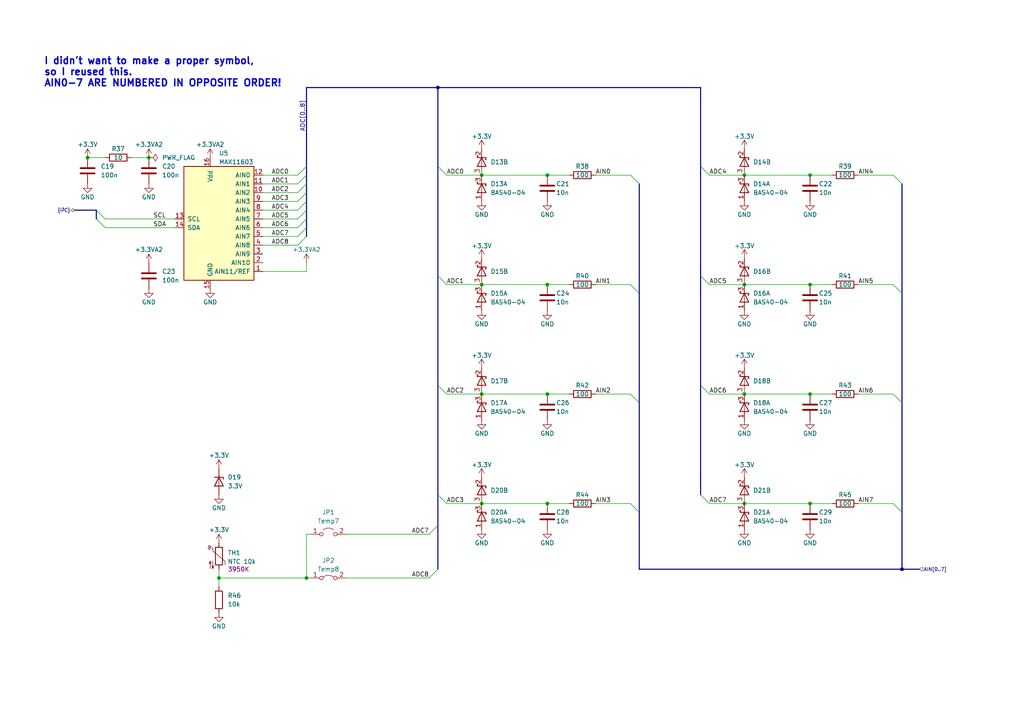
<source format=kicad_sch>
(kicad_sch (version 20211123) (generator eeschema)
  (paper "A4")
  (title_block (title "[canbrd] CAN IO board") (date "2022-10-08") (rev "3.2"))
  (lib_symbols
    (symbol "Device:C" (pin_numbers hide) (pin_names (offset 0.254))
      (property "Reference" "C" (at 0.635 2.54 0))
      (property "Value" "C" (at 0.635 -2.54 0))
      (symbol "C_0_1"
        (polyline (pts (xy -2.032 -0.762) (xy 2.032 -0.762)) (stroke (width 0.508)))
        (polyline (pts (xy -2.032 0.762) (xy 2.032 0.762)) (stroke (width 0.508)))
      )
      (symbol "C_1_1"
        (pin passive line (at 0 3.81 270) (length 2.794) (name "~") (number "1"))
        (pin passive line (at 0 -3.81 90) (length 2.794) (name "~") (number "2"))
      )
    )
    (symbol "Device:D_Schottky_Dual_Series_AKC_Split" (pin_names (offset 0.762) hide)
      (property "Reference" "D" (at 0 2.54 0))
      (property "Value" "D_Schottky_Dual_Series_AKC_Split" (at 0 -2.54 0))
      (symbol "D_Schottky_Dual_Series_AKC_Split_0_1"
        (polyline (pts (xy -1.27 1.27) (xy 1.27 0) (xy -1.27 -1.27) (xy -1.27 1.27) (xy -1.27 1.27) (xy -1.27 1.27)) (stroke (width 0.254)))
        (polyline (pts (xy 1.778 1.016) (xy 1.778 1.27) (xy 1.27 1.27) (xy 1.27 -1.27) (xy 0.762 -1.27) (xy 0.762 -1.016)) (stroke (width 0.254)))
      )
      (symbol "D_Schottky_Dual_Series_AKC_Split_1_1"
        (polyline (pts (xy 1.27 0) (xy -1.27 0)))
        (pin passive line (at -3.81 0 0) (length 2.54) (name "A") (number "1"))
        (pin passive line (at 3.81 0 180) (length 2.54) (name "K") (number "3"))
      )
      (symbol "D_Schottky_Dual_Series_AKC_Split_2_0"
        (polyline (pts (xy 1.27 0) (xy -3.81 0)))
        (text "3" (at -2.54 1.27 0) (effects (font (size 1.27 1.27))))
      )
      (symbol "D_Schottky_Dual_Series_AKC_Split_2_1"
        (pin passive line (at 3.81 0 180) (length 2.54) (name "K") (number "2"))
      )
    )
    (symbol "Device:D_Zener" (pin_numbers hide) (pin_names (offset 1.016) hide)
      (property "Reference" "D" (at 0 2.54 0))
      (property "Value" "D_Zener" (at 0 -2.54 0))
      (symbol "D_Zener_0_1"
        (polyline (pts (xy 1.27 0) (xy -1.27 0)))
        (polyline (pts (xy -1.27 -1.27) (xy -1.27 1.27) (xy -0.762 1.27)) (stroke (width 0.254)))
        (polyline (pts (xy 1.27 -1.27) (xy 1.27 1.27) (xy -1.27 0) (xy 1.27 -1.27)) (stroke (width 0.254)))
      )
      (symbol "D_Zener_1_1"
        (pin passive line (at -3.81 0 0) (length 2.54) (name "K") (number "1"))
        (pin passive line (at 3.81 0 180) (length 2.54) (name "A") (number "2"))
      )
    )
    (symbol "Device:R" (pin_numbers hide) (pin_names (offset 0))
      (property "Reference" "R" (at 2.032 0 90))
      (property "Value" "R" (at 0 0 90))
      (symbol "R_0_1"
        (rectangle (start -1.016 -2.54) (end 1.016 2.54) (stroke (width 0.254)))
      )
      (symbol "R_1_1"
        (pin passive line (at 0 3.81 270) (length 1.27) (name "~") (number "1"))
        (pin passive line (at 0 -3.81 90) (length 1.27) (name "~") (number "2"))
      )
    )
    (symbol "Device:Thermistor_NTC" (pin_numbers hide) (pin_names (offset 0))
      (property "Reference" "TH" (at -4.445 0 90))
      (property "Value" "Thermistor_NTC" (at 3.175 0 90))
      (symbol "Thermistor_NTC_0_1"
        (arc (start -3.048 2.159) (mid -3.0495 2.3143) (end -3.175 2.413))
        (arc (start -3.048 2.159) (mid -2.9736 1.9794) (end -2.794 1.905))
        (arc (start -3.048 2.794) (mid -2.9736 2.6144) (end -2.794 2.54))
        (arc (start -2.794 1.905) (mid -2.6144 1.9794) (end -2.54 2.159))
        (arc (start -2.794 2.54) (mid -2.4393 2.5587) (end -2.159 2.794))
        (arc (start -2.794 3.048) (mid -2.9736 2.9736) (end -3.048 2.794))
        (arc (start -2.54 2.794) (mid -2.6144 2.9736) (end -2.794 3.048))
        (rectangle (start -1.016 2.54) (end 1.016 -2.54) (stroke (width 0.254)))
        (polyline (pts (xy -2.54 2.159) (xy -2.54 2.794)))
        (polyline (pts (xy -1.778 2.54) (xy -1.778 1.524) (xy 1.778 -1.524) (xy 1.778 -2.54)))
        (polyline (pts (xy -2.54 -3.683) (xy -2.54 -1.397) (xy -2.794 -2.159) (xy -2.286 -2.159) (xy -2.54 -1.397) (xy -2.54 -1.651)) (fill (type outline)))
        (polyline (pts (xy -1.778 -1.397) (xy -1.778 -3.683) (xy -2.032 -2.921) (xy -1.524 -2.921) (xy -1.778 -3.683) (xy -1.778 -3.429)) (fill (type outline)))
      )
      (symbol "Thermistor_NTC_1_1"
        (pin passive line (at 0 3.81 270) (length 1.27) (name "~") (number "1"))
        (pin passive line (at 0 -3.81 90) (length 1.27) (name "~") (number "2"))
      )
    )
    (symbol "Jumper:Jumper_2_Bridged" (pin_names (offset 0) hide)
      (property "Reference" "JP" (at 0 1.905 0))
      (property "Value" "Jumper_2_Bridged" (at 0 -2.54 0))
      (symbol "Jumper_2_Bridged_0_0"
        (circle (center -2.032 0) (radius 0.508))
        (circle (center 2.032 0) (radius 0.508))
      )
      (symbol "Jumper_2_Bridged_0_1"
        (arc (start 1.524 0.254) (mid 0 0.762) (end -1.524 0.254))
      )
      (symbol "Jumper_2_Bridged_1_1"
        (pin passive line (at -5.08 0 0) (length 2.54) (name "A") (number "1"))
        (pin passive line (at 5.08 0 180) (length 2.54) (name "B") (number "2"))
      )
    )
    (symbol "Jumper:Jumper_2_Open" (pin_names (offset 0) hide)
      (property "Reference" "JP" (at 0 2.794 0))
      (property "Value" "Jumper_2_Open" (at 0 -2.286 0))
      (symbol "Jumper_2_Open_0_0"
        (circle (center -2.032 0) (radius 0.508))
        (circle (center 2.032 0) (radius 0.508))
      )
      (symbol "Jumper_2_Open_0_1"
        (arc (start 1.524 1.27) (mid 0 1.778) (end -1.524 1.27))
      )
      (symbol "Jumper_2_Open_1_1"
        (pin passive line (at -5.08 0 0) (length 2.54) (name "A") (number "1"))
        (pin passive line (at 5.08 0 180) (length 2.54) (name "B") (number "2"))
      )
    )
    (symbol "max11604:MAX11604" (pin_names (offset 1.016))
      (property "Reference" "U" (at 8.89 -11.43 0))
      (property "Value" "MAX11604" (at 8.89 -13.97 0))
      (symbol "MAX11604_0_1"
        (rectangle (start -12.7 15.24) (end 7.62 -17.78) (stroke (width 0.254)) (fill (type background)))
      )
      (symbol "MAX11604_1_1"
        (pin input line (at -15.24 -15.24 0) (length 2.54) (name "AIN11/REF") (number "1"))
        (pin input line (at -15.24 7.62 0) (length 2.54) (name "AIN2") (number "10"))
        (pin input line (at -15.24 10.16 0) (length 2.54) (name "AIN1") (number "11"))
        (pin input line (at -15.24 12.7 0) (length 2.54) (name "AIN0") (number "12"))
        (pin input line (at 10.16 0 180) (length 2.54) (name "SCL") (number "13"))
        (pin bidirectional line (at 10.16 -2.54 180) (length 2.54) (name "SDA") (number "14"))
        (pin power_in line (at 0 -20.32 90) (length 2.54) (name "GND") (number "15"))
        (pin power_in line (at 0 17.78 270) (length 2.54) (name "Vdd") (number "16"))
        (pin input line (at -15.24 -12.7 0) (length 2.54) (name "AIN10") (number "2"))
        (pin input line (at -15.24 -10.16 0) (length 2.54) (name "AIN9") (number "3"))
        (pin input line (at -15.24 -7.62 0) (length 2.54) (name "AIN8") (number "4"))
        (pin input line (at -15.24 -5.08 0) (length 2.54) (name "AIN7") (number "5"))
        (pin input line (at -15.24 -2.54 0) (length 2.54) (name "AIN6") (number "6"))
        (pin input line (at -15.24 0 0) (length 2.54) (name "AIN5") (number "7"))
        (pin input line (at -15.24 2.54 0) (length 2.54) (name "AIN4") (number "8"))
        (pin input line (at -15.24 5.08 0) (length 2.54) (name "AIN3") (number "9"))
      )
    )
    (symbol "power:+3.3V" (power) (pin_names (offset 0))
      (property "Value" "+3.3V" (at 0 3.556 0))
      (symbol "+3.3V_0_1"
        (polyline (pts (xy -0.762 1.27) (xy 0 2.54)))
        (polyline (pts (xy 0 0) (xy 0 2.54)))
        (polyline (pts (xy 0 2.54) (xy 0.762 1.27)))
      )
      (symbol "+3.3V_1_1"
        (pin power_in line (at 0 0 90) (length 0) hide (name "+3.3V") (number "1"))
      )
    )
    (symbol "power:GND" (power) (pin_names (offset 0))
      (property "Value" "GND" (at 0 -3.81 0))
      (symbol "GND_0_1"
        (polyline (pts (xy 0 0) (xy 0 -1.27) (xy 1.27 -1.27) (xy 0 -2.54) (xy -1.27 -1.27) (xy 0 -1.27)))
      )
      (symbol "GND_1_1"
        (pin power_in line (at 0 0 270) (length 0) hide (name "GND") (number "1"))
      )
    )
    (symbol "power:PWR_FLAG" (power) (pin_numbers hide) (pin_names (offset 0) hide)
      (property "Value" "PWR_FLAG" (at 0 3.81 0))
      (symbol "PWR_FLAG_0_0"
        (pin power_out line (at 0 0 90) (length 0) (name "pwr") (number "1"))
      )
      (symbol "PWR_FLAG_0_1"
        (polyline (pts (xy 0 0) (xy 0 1.27) (xy -1.016 1.905) (xy 0 2.54) (xy 1.016 1.905) (xy 0 1.27)))
      )
    )
    (symbol "power_symbols:+3.3VA2" (power) (pin_names (offset 0))
      (property "Value" "+3.3VA2" (at 0 3.556 0))
      (symbol "+3.3VA2_0_1"
        (polyline (pts (xy -0.762 1.27) (xy 0 2.54)))
        (polyline (pts (xy 0 0) (xy 0 2.54)))
        (polyline (pts (xy 0 2.54) (xy 0.762 1.27)))
      )
      (symbol "+3.3VA2_1_1"
        (pin power_in line (at 0 0 90) (length 0) hide (name "+3.3VA2") (number "1"))
      )
    )
  )
  (junction (at 127 25.4))
  (junction (at 139.7 146.05))
  (junction (at 215.9 146.05))
  (junction (at 261.62 165.1))
  (junction (at 158.75 114.3))
  (junction (at 158.75 82.55))
  (junction (at 234.95 146.05))
  (junction (at 63.5 167.64))
  (junction (at 158.75 50.8))
  (junction (at 139.7 114.3))
  (junction (at 25.4 45.72))
  (junction (at 234.95 114.3))
  (junction (at 43.18 45.72))
  (junction (at 158.75 146.05))
  (junction (at 215.9 114.3))
  (junction (at 215.9 82.55))
  (junction (at 139.7 50.8))
  (junction (at 234.95 82.55))
  (junction (at 215.9 50.8))
  (junction (at 88.9 167.64))
  (junction (at 234.95 50.8))
  (junction (at 139.7 82.55))
  (bus_entry (at 185.42 148.59) (size -2.54 -2.54))
  (bus_entry (at 88.9 55.88) (size -2.54 2.54))
  (bus_entry (at 88.9 50.8) (size -2.54 2.54))
  (bus_entry (at 185.42 116.84) (size -2.54 -2.54))
  (bus_entry (at 88.9 66.04) (size -2.54 2.54))
  (bus_entry (at 203.2 80.01) (size 2.54 2.54))
  (bus_entry (at 27.94 63.5) (size 2.54 2.54))
  (bus_entry (at 88.9 63.5) (size -2.54 2.54))
  (bus_entry (at 27.94 60.96) (size 2.54 2.54))
  (bus_entry (at 203.2 143.51) (size 2.54 2.54))
  (bus_entry (at 88.9 60.96) (size -2.54 2.54))
  (bus_entry (at 203.2 111.76) (size 2.54 2.54))
  (bus_entry (at 88.9 48.26) (size -2.54 2.54))
  (bus_entry (at 261.62 148.59) (size -2.54 -2.54))
  (bus_entry (at 185.42 85.09) (size -2.54 -2.54))
  (bus_entry (at 88.9 53.34) (size -2.54 2.54))
  (bus_entry (at 261.62 116.84) (size -2.54 -2.54))
  (bus_entry (at 127 152.4) (size -2.54 2.54))
  (bus_entry (at 127 48.26) (size 2.54 2.54))
  (bus_entry (at 261.62 53.34) (size -2.54 -2.54))
  (bus_entry (at 127 111.76) (size 2.54 2.54))
  (bus_entry (at 88.9 58.42) (size -2.54 2.54))
  (bus_entry (at 185.42 53.34) (size -2.54 -2.54))
  (bus_entry (at 88.9 68.58) (size -2.54 2.54))
  (bus_entry (at 127 165.1) (size -2.54 2.54))
  (bus_entry (at 127 143.51) (size 2.54 2.54))
  (bus_entry (at 261.62 85.09) (size -2.54 -2.54))
  (bus_entry (at 127 80.01) (size 2.54 2.54))
  (bus_entry (at 203.2 48.26) (size 2.54 2.54))
  (wire (pts (xy 172.72 82.55) (xy 182.88 82.55)))
  (bus (pts (xy 127 25.4) (xy 203.2 25.4)))
  (wire (pts (xy 215.9 114.3) (xy 234.95 114.3)))
  (bus (pts (xy 185.42 85.09) (xy 185.42 116.84)))
  (bus (pts (xy 203.2 80.01) (xy 203.2 111.76)))
  (wire (pts (xy 205.74 82.55) (xy 215.9 82.55)))
  (wire (pts (xy 129.54 146.05) (xy 139.7 146.05)))
  (wire (pts (xy 139.7 82.55) (xy 158.75 82.55)))
  (bus (pts (xy 88.9 60.96) (xy 88.9 63.5)))
  (bus (pts (xy 203.2 111.76) (xy 203.2 143.51)))
  (wire (pts (xy 139.7 50.8) (xy 158.75 50.8)))
  (wire (pts (xy 158.75 114.3) (xy 165.1 114.3)))
  (wire (pts (xy 76.2 50.8) (xy 86.36 50.8)))
  (bus (pts (xy 88.9 48.26) (xy 88.9 50.8)))
  (bus (pts (xy 185.42 116.84) (xy 185.42 148.59)))
  (wire (pts (xy 76.2 66.04) (xy 86.36 66.04)))
  (wire (pts (xy 76.2 68.58) (xy 86.36 68.58)))
  (bus (pts (xy 185.42 148.59) (xy 185.42 165.1)))
  (wire (pts (xy 90.17 154.94) (xy 88.9 154.94)))
  (wire (pts (xy 30.48 63.5) (xy 50.8 63.5)))
  (bus (pts (xy 88.9 50.8) (xy 88.9 53.34)))
  (wire (pts (xy 158.75 146.05) (xy 165.1 146.05)))
  (bus (pts (xy 185.42 53.34) (xy 185.42 85.09)))
  (bus (pts (xy 127 25.4) (xy 127 48.26)))
  (wire (pts (xy 205.74 50.8) (xy 215.9 50.8)))
  (wire (pts (xy 76.2 55.88) (xy 86.36 55.88)))
  (wire (pts (xy 63.5 167.64) (xy 63.5 165.1)))
  (bus (pts (xy 88.9 55.88) (xy 88.9 58.42)))
  (wire (pts (xy 205.74 146.05) (xy 215.9 146.05)))
  (wire (pts (xy 88.9 167.64) (xy 63.5 167.64)))
  (bus (pts (xy 127 80.01) (xy 127 111.76)))
  (bus (pts (xy 88.9 53.34) (xy 88.9 55.88)))
  (bus (pts (xy 261.62 53.34) (xy 261.62 85.09)))
  (wire (pts (xy 76.2 58.42) (xy 86.36 58.42)))
  (bus (pts (xy 88.9 63.5) (xy 88.9 66.04)))
  (bus (pts (xy 203.2 48.26) (xy 203.2 80.01)))
  (bus (pts (xy 261.62 85.09) (xy 261.62 116.84)))
  (wire (pts (xy 234.95 114.3) (xy 241.3 114.3)))
  (wire (pts (xy 172.72 50.8) (xy 182.88 50.8)))
  (wire (pts (xy 76.2 71.12) (xy 86.36 71.12)))
  (wire (pts (xy 205.74 114.3) (xy 215.9 114.3)))
  (bus (pts (xy 261.62 148.59) (xy 261.62 165.1)))
  (wire (pts (xy 63.5 167.64) (xy 63.5 170.18)))
  (wire (pts (xy 129.54 114.3) (xy 139.7 114.3)))
  (bus (pts (xy 261.62 116.84) (xy 261.62 148.59)))
  (wire (pts (xy 30.48 66.04) (xy 50.8 66.04)))
  (wire (pts (xy 215.9 146.05) (xy 234.95 146.05)))
  (bus (pts (xy 185.42 165.1) (xy 261.62 165.1)))
  (wire (pts (xy 215.9 50.8) (xy 234.95 50.8)))
  (wire (pts (xy 158.75 82.55) (xy 165.1 82.55)))
  (wire (pts (xy 234.95 50.8) (xy 241.3 50.8)))
  (bus (pts (xy 27.94 60.96) (xy 27.94 63.5)))
  (wire (pts (xy 139.7 146.05) (xy 158.75 146.05)))
  (bus (pts (xy 127 111.76) (xy 127 143.51)))
  (wire (pts (xy 88.9 76.2) (xy 88.9 78.74)))
  (wire (pts (xy 100.33 167.64) (xy 124.46 167.64)))
  (wire (pts (xy 248.92 82.55) (xy 259.08 82.55)))
  (wire (pts (xy 248.92 146.05) (xy 259.08 146.05)))
  (wire (pts (xy 88.9 78.74) (xy 76.2 78.74)))
  (bus (pts (xy 203.2 25.4) (xy 203.2 48.26)))
  (bus (pts (xy 88.9 58.42) (xy 88.9 60.96)))
  (bus (pts (xy 88.9 25.4) (xy 88.9 48.26)))
  (wire (pts (xy 139.7 114.3) (xy 158.75 114.3)))
  (wire (pts (xy 234.95 82.55) (xy 241.3 82.55)))
  (wire (pts (xy 129.54 50.8) (xy 139.7 50.8)))
  (wire (pts (xy 76.2 63.5) (xy 86.36 63.5)))
  (wire (pts (xy 38.1 45.72) (xy 43.18 45.72)))
  (wire (pts (xy 90.17 167.64) (xy 88.9 167.64)))
  (wire (pts (xy 76.2 60.96) (xy 86.36 60.96)))
  (bus (pts (xy 261.62 165.1) (xy 266.7 165.1)))
  (wire (pts (xy 25.4 45.72) (xy 30.48 45.72)))
  (wire (pts (xy 248.92 114.3) (xy 259.08 114.3)))
  (wire (pts (xy 172.72 114.3) (xy 182.88 114.3)))
  (bus (pts (xy 127 48.26) (xy 127 80.01)))
  (bus (pts (xy 127 143.51) (xy 127 152.4)))
  (wire (pts (xy 234.95 146.05) (xy 241.3 146.05)))
  (wire (pts (xy 76.2 53.34) (xy 86.36 53.34)))
  (wire (pts (xy 248.92 50.8) (xy 259.08 50.8)))
  (wire (pts (xy 172.72 146.05) (xy 182.88 146.05)))
  (bus (pts (xy 88.9 66.04) (xy 88.9 68.58)))
  (wire (pts (xy 100.33 154.94) (xy 124.46 154.94)))
  (wire (pts (xy 158.75 50.8) (xy 165.1 50.8)))
  (wire (pts (xy 88.9 154.94) (xy 88.9 167.64)))
  (wire (pts (xy 129.54 82.55) (xy 139.7 82.55)))
  (bus (pts (xy 127 152.4) (xy 127 165.1)))
  (bus (pts (xy 88.9 25.4) (xy 127 25.4)))
  (bus (pts (xy 21.59 60.96) (xy 27.94 60.96)))
  (wire (pts (xy 215.9 82.55) (xy 234.95 82.55)))
  (text "I didn't want to make a proper symbol,\nso I reused this.\nAIN0-7 ARE NUMBERED IN OPPOSITE ORDER!" (at 12.7 25.4 0) (effects (font (size 2 2) (thickness 0.4) bold) (justify left bottom)))
  (label "ADC5" (at 205.74 82.55 0))
  (label "ADC[0..8]" (at 88.9 38.1 90))
  (label "AIN6" (at 248.92 114.3 0))
  (label "AIN4" (at 248.92 50.8 0))
  (label "ADC6" (at 205.74 114.3 0))
  (label "AIN3" (at 172.72 146.05 0))
  (label "ADC4" (at 205.74 50.8 0))
  (label "ADC3" (at 78.74 58.42 0))
  (label "SDA" (at 44.45 66.04 0))
  (label "ADC8" (at 119.38 167.64 0))
  (label "ADC0" (at 129.54 50.8 0))
  (label "ADC4" (at 78.74 60.96 0))
  (label "AIN5" (at 248.92 82.55 0))
  (label "ADC6" (at 78.74 66.04 0))
  (label "ADC7" (at 119.38 154.94 0))
  (label "ADC3" (at 129.54 146.05 0))
  (label "ADC2" (at 78.74 55.88 0))
  (label "ADC1" (at 129.54 82.55 0))
  (label "AIN7" (at 248.92 146.05 0))
  (label "ADC5" (at 78.74 63.5 0))
  (label "AIN0" (at 172.72 50.8 0))
  (label "ADC7" (at 205.74 146.05 0))
  (label "AIN2" (at 172.72 114.3 0))
  (label "SCL" (at 44.45 63.5 0))
  (label "ADC0" (at 78.74 50.8 0))
  (label "ADC8" (at 78.74 71.12 0))
  (label "ADC7" (at 78.74 68.58 0))
  (label "AIN1" (at 172.72 82.55 0))
  (label "ADC2" (at 129.54 114.3 0))
  (label "ADC1" (at 78.74 53.34 0))
  (hierarchical_label "AIN[0..7]" (shape input) (at 266.7 165.1 0) (effects (font (size 1 1))))
  (hierarchical_label "{I^{2}C}" (shape bidirectional) (at 21.59 60.96 180) (effects (font (size 1 1))))
  (symbol (lib_id "Device:D_Schottky_Dual_Series_AKC_Split") (at 139.7 149.86 90) (unit 1)
    (property "Reference" "D20" (at 142.24 148.59 90) (effects (justify right)))
    (property "Value" "BAS40-04" (at 142.24 151.13 90) (effects (justify right)))
    (property "Footprint" "Package_TO_SOT_SMD:SOT-23" (effects hide))
  )
  (symbol (lib_id "Device:D_Schottky_Dual_Series_AKC_Split") (at 139.7 118.11 90) (unit 1)
    (property "Reference" "D17" (at 142.24 116.84 90) (effects (justify right)))
    (property "Value" "BAS40-04" (at 142.24 119.38 90) (effects (justify right)))
    (property "Footprint" "Package_TO_SOT_SMD:SOT-23" (effects hide))
  )
  (symbol (lib_id "power:GND") (at 139.7 121.92 0) (unit 1)
    (property "Reference" "#PWR0107" (effects hide))
    (property "Value" "GND" (at 139.7 125.73 0))
  )
  (symbol (lib_id "Device:R") (at 34.29 45.72 90) (unit 1)
    (property "Reference" "R37" (at 34.29 43.18 90))
    (property "Value" "10" (at 34.29 45.72 90))
    (property "Footprint" "Resistor_SMD:R_0603_1608Metric" (effects hide))
  )
  (symbol (lib_id "Jumper:Jumper_2_Open") (at 95.25 154.94 0) (unit 1)
    (property "Reference" "JP1" (at 95.25 148.59 0))
    (property "Value" "Temp7" (at 95.25 151.13 0))
    (property "Footprint" "Jumper:SolderJumper-2_P1.3mm_Open_TrianglePad1.0x1.5mm" (effects hide))
  )
  (symbol (lib_id "Device:D_Schottky_Dual_Series_AKC_Split") (at 215.9 142.24 90) (unit 2)
    (property "Reference" "D21" (at 218.44 142.24 90) (effects (justify right)))
    (property "Value" "BAS40-04" (effects hide))
    (property "Footprint" "Package_TO_SOT_SMD:SOT-23" (effects hide))
  )
  (symbol (lib_id "Device:C") (at 43.18 80.01 0) (unit 1)
    (property "Reference" "C23" (at 46.99 78.7399 0) (effects (justify left)))
    (property "Value" "100n" (at 46.99 81.2799 0) (effects (justify left)))
    (property "Footprint" "Capacitor_SMD:C_0603_1608Metric" (effects hide))
  )
  (symbol (lib_id "power:GND") (at 43.18 53.34 0) (unit 1)
    (property "Reference" "#PWR090" (effects hide))
    (property "Value" "GND" (at 43.18 57.15 0))
  )
  (symbol (lib_id "power_symbols:+3.3VA2") (at 43.18 45.72 0) (unit 1)
    (property "Reference" "#PWR087" (effects hide))
    (property "Value" "+3.3VA2" (at 43.18 41.91 0))
  )
  (symbol (lib_id "Jumper:Jumper_2_Bridged") (at 95.25 167.64 0) (unit 1)
    (property "Reference" "JP2" (at 95.25 162.56 0))
    (property "Value" "Temp8" (at 95.25 165.1 0))
    (property "Footprint" "Jumper:SolderJumper-2_P1.3mm_Bridged_Pad1.0x1.5mm" (effects hide))
  )
  (symbol (lib_id "power:GND") (at 25.4 53.34 0) (unit 1)
    (property "Reference" "#PWR089" (effects hide))
    (property "Value" "GND" (at 25.4 57.15 0))
  )
  (symbol (lib_id "power:PWR_FLAG") (at 43.18 45.72 270) (unit 1)
    (property "Reference" "#FLG02" (effects hide))
    (property "Value" "PWR_FLAG" (at 46.99 45.7199 90) (effects (justify left)))
  )
  (symbol (lib_id "power:+3.3V") (at 139.7 74.93 0) (unit 1)
    (property "Reference" "#PWR095" (effects hide))
    (property "Value" "+3.3V" (at 139.7 71.3255 0))
  )
  (symbol (lib_id "Device:R") (at 245.11 114.3 90) (unit 1)
    (property "Reference" "R43" (at 245.11 111.76 90))
    (property "Value" "100" (at 245.11 114.3 90))
    (property "Footprint" "Resistor_SMD:R_0603_1608Metric" (effects hide))
  )
  (symbol (lib_id "power:+3.3V") (at 63.5 135.89 0) (unit 1)
    (property "Reference" "#PWR0111" (effects hide))
    (property "Value" "+3.3V" (at 63.5 132.08 0))
  )
  (symbol (lib_id "Device:C") (at 234.95 86.36 0) (unit 1)
    (property "Reference" "C25" (at 237.49 85.09 0) (effects (justify left)))
    (property "Value" "10n" (at 237.49 87.63 0) (effects (justify left)))
    (property "Footprint" "Capacitor_SMD:C_0603_1608Metric" (effects hide))
  )
  (symbol (lib_id "Device:R") (at 168.91 50.8 90) (unit 1)
    (property "Reference" "R38" (at 168.91 48.26 90))
    (property "Value" "100" (at 168.91 50.8 90))
    (property "Footprint" "Resistor_SMD:R_0603_1608Metric" (effects hide))
  )
  (symbol (lib_id "Device:Thermistor_NTC") (at 63.5 161.29 0) (unit 1)
    (property "Reference" "TH1" (at 66.04 160.3374 0) (effects (justify left)))
    (property "Value" "NTC 10k" (at 66.04 162.8774 0) (effects (justify left)))
    (property "Footprint" "Resistor_SMD:R_0805_2012Metric" (effects hide))
    (property "Coeff" "3950K" (at 66.04 165.1 0) (effects (justify left)))
  )
  (symbol (lib_id "Device:R") (at 63.5 173.99 0) (unit 1)
    (property "Reference" "R46" (at 66.04 172.7199 0) (effects (justify left)))
    (property "Value" "10k" (at 66.04 175.2599 0) (effects (justify left)))
    (property "Footprint" "Resistor_SMD:R_0603_1608Metric" (effects hide))
  )
  (symbol (lib_id "power:GND") (at 234.95 153.67 0) (unit 1)
    (property "Reference" "#PWR0118" (effects hide))
    (property "Value" "GND" (at 234.95 157.48 0))
  )
  (symbol (lib_id "power:GND") (at 63.5 143.51 0) (unit 1)
    (property "Reference" "#PWR0114" (effects hide))
    (property "Value" "GND" (at 63.5 147.32 0))
  )
  (symbol (lib_id "Device:D_Schottky_Dual_Series_AKC_Split") (at 139.7 142.24 90) (unit 2)
    (property "Reference" "D20" (at 142.24 142.24 90) (effects (justify right)))
    (property "Value" "BAS40-04" (effects hide))
    (property "Footprint" "Package_TO_SOT_SMD:SOT-23" (effects hide))
  )
  (symbol (lib_id "Device:C") (at 234.95 54.61 0) (unit 1)
    (property "Reference" "C22" (at 237.49 53.34 0) (effects (justify left)))
    (property "Value" "10n" (at 237.49 55.88 0) (effects (justify left)))
    (property "Footprint" "Capacitor_SMD:C_0603_1608Metric" (effects hide))
  )
  (symbol (lib_id "Device:D_Schottky_Dual_Series_AKC_Split") (at 215.9 46.99 90) (unit 2)
    (property "Reference" "D14" (at 218.44 46.99 90) (effects (justify right)))
    (property "Value" "BAS40-04" (effects hide))
    (property "Footprint" "Package_TO_SOT_SMD:SOT-23" (effects hide))
  )
  (symbol (lib_id "Device:D_Schottky_Dual_Series_AKC_Split") (at 139.7 86.36 90) (unit 1)
    (property "Reference" "D15" (at 142.24 85.09 90) (effects (justify right)))
    (property "Value" "BAS40-04" (at 142.24 87.63 90) (effects (justify right)))
    (property "Footprint" "Package_TO_SOT_SMD:SOT-23" (effects hide))
  )
  (symbol (lib_id "power:GND") (at 158.75 121.92 0) (unit 1)
    (property "Reference" "#PWR0108" (effects hide))
    (property "Value" "GND" (at 158.75 125.73 0))
  )
  (symbol (lib_id "Device:C") (at 158.75 149.86 0) (unit 1)
    (property "Reference" "C28" (at 161.29 148.59 0) (effects (justify left)))
    (property "Value" "10n" (at 161.29 151.13 0) (effects (justify left)))
    (property "Footprint" "Capacitor_SMD:C_0603_1608Metric" (effects hide))
  )
  (symbol (lib_id "power:GND") (at 215.9 90.17 0) (unit 1)
    (property "Reference" "#PWR0103" (effects hide))
    (property "Value" "GND" (at 215.9 93.98 0))
  )
  (symbol (lib_id "Device:D_Schottky_Dual_Series_AKC_Split") (at 139.7 46.99 90) (unit 2)
    (property "Reference" "D13" (at 142.24 46.99 90) (effects (justify right)))
    (property "Value" "BAS40-04" (effects hide))
    (property "Footprint" "Package_TO_SOT_SMD:SOT-23" (effects hide))
  )
  (symbol (lib_id "power:GND") (at 215.9 153.67 0) (unit 1)
    (property "Reference" "#PWR0117" (effects hide))
    (property "Value" "GND" (at 215.9 157.48 0))
  )
  (symbol (lib_id "power:+3.3V") (at 63.5 157.48 0) (unit 1)
    (property "Reference" "#PWR0119" (effects hide))
    (property "Value" "+3.3V" (at 63.5 153.67 0))
  )
  (symbol (lib_id "Device:D_Schottky_Dual_Series_AKC_Split") (at 139.7 78.74 90) (unit 2)
    (property "Reference" "D15" (at 142.24 78.74 90) (effects (justify right)))
    (property "Value" "BAS40-04" (effects hide))
    (property "Footprint" "Package_TO_SOT_SMD:SOT-23" (effects hide))
  )
  (symbol (lib_id "Device:D_Schottky_Dual_Series_AKC_Split") (at 215.9 86.36 90) (unit 1)
    (property "Reference" "D16" (at 218.44 85.09 90) (effects (justify right)))
    (property "Value" "BAS40-04" (at 218.44 87.63 90) (effects (justify right)))
    (property "Footprint" "Package_TO_SOT_SMD:SOT-23" (effects hide))
  )
  (symbol (lib_id "power:GND") (at 43.18 83.82 0) (unit 1)
    (property "Reference" "#PWR099" (effects hide))
    (property "Value" "GND" (at 43.18 87.63 0))
  )
  (symbol (lib_id "Device:D_Schottky_Dual_Series_AKC_Split") (at 139.7 110.49 90) (unit 2)
    (property "Reference" "D17" (at 142.24 110.49 90) (effects (justify right)))
    (property "Value" "BAS40-04" (effects hide))
    (property "Footprint" "Package_TO_SOT_SMD:SOT-23" (effects hide))
  )
  (symbol (lib_id "power:GND") (at 139.7 153.67 0) (unit 1)
    (property "Reference" "#PWR0115" (effects hide))
    (property "Value" "GND" (at 139.7 157.48 0))
  )
  (symbol (lib_id "power:GND") (at 234.95 90.17 0) (unit 1)
    (property "Reference" "#PWR0104" (effects hide))
    (property "Value" "GND" (at 234.95 93.98 0))
  )
  (symbol (lib_id "Device:D_Schottky_Dual_Series_AKC_Split") (at 139.7 54.61 90) (unit 1)
    (property "Reference" "D13" (at 142.24 53.34 90) (effects (justify right)))
    (property "Value" "BAS40-04" (at 142.24 55.88 90) (effects (justify right)))
    (property "Footprint" "Package_TO_SOT_SMD:SOT-23" (effects hide))
  )
  (symbol (lib_id "power:+3.3V") (at 139.7 106.68 0) (unit 1)
    (property "Reference" "#PWR0105" (effects hide))
    (property "Value" "+3.3V" (at 139.7 103.0755 0))
  )
  (symbol (lib_id "Device:C") (at 158.75 86.36 0) (unit 1)
    (property "Reference" "C24" (at 161.29 85.09 0) (effects (justify left)))
    (property "Value" "10n" (at 161.29 87.63 0) (effects (justify left)))
    (property "Footprint" "Capacitor_SMD:C_0603_1608Metric" (effects hide))
  )
  (symbol (lib_id "power:+3.3V") (at 215.9 138.43 0) (unit 1)
    (property "Reference" "#PWR0113" (effects hide))
    (property "Value" "+3.3V" (at 215.9 134.8255 0))
  )
  (symbol (lib_id "Device:C") (at 234.95 118.11 0) (unit 1)
    (property "Reference" "C27" (at 237.49 116.84 0) (effects (justify left)))
    (property "Value" "10n" (at 237.49 119.38 0) (effects (justify left)))
    (property "Footprint" "Capacitor_SMD:C_0603_1608Metric" (effects hide))
  )
  (symbol (lib_id "power:GND") (at 63.5 177.8 0) (unit 1)
    (property "Reference" "#PWR0120" (effects hide))
    (property "Value" "GND" (at 63.5 181.61 0))
  )
  (symbol (lib_id "power:GND") (at 158.75 153.67 0) (unit 1)
    (property "Reference" "#PWR0116" (effects hide))
    (property "Value" "GND" (at 158.75 157.48 0))
  )
  (symbol (lib_id "Device:D_Schottky_Dual_Series_AKC_Split") (at 215.9 110.49 90) (unit 2)
    (property "Reference" "D18" (at 218.44 110.49 90) (effects (justify right)))
    (property "Value" "BAS40-04" (effects hide))
    (property "Footprint" "Package_TO_SOT_SMD:SOT-23" (effects hide))
  )
  (symbol (lib_id "Device:C") (at 234.95 149.86 0) (unit 1)
    (property "Reference" "C29" (at 237.49 148.59 0) (effects (justify left)))
    (property "Value" "10n" (at 237.49 151.13 0) (effects (justify left)))
    (property "Footprint" "Capacitor_SMD:C_0603_1608Metric" (effects hide))
  )
  (symbol (lib_id "Device:C") (at 43.18 49.53 0) (unit 1)
    (property "Reference" "C20" (at 46.99 48.2599 0) (effects (justify left)))
    (property "Value" "100n" (at 46.99 50.7999 0) (effects (justify left)))
    (property "Footprint" "Capacitor_SMD:C_0603_1608Metric" (effects hide))
  )
  (symbol (lib_id "Device:D_Schottky_Dual_Series_AKC_Split") (at 215.9 78.74 90) (unit 2)
    (property "Reference" "D16" (at 218.44 78.74 90) (effects (justify right)))
    (property "Value" "BAS40-04" (effects hide))
    (property "Footprint" "Package_TO_SOT_SMD:SOT-23" (effects hide))
  )
  (symbol (lib_id "Device:C") (at 158.75 118.11 0) (unit 1)
    (property "Reference" "C26" (at 161.29 116.84 0) (effects (justify left)))
    (property "Value" "10n" (at 161.29 119.38 0) (effects (justify left)))
    (property "Footprint" "Capacitor_SMD:C_0603_1608Metric" (effects hide))
  )
  (symbol (lib_id "power:GND") (at 215.9 58.42 0) (unit 1)
    (property "Reference" "#PWR093" (effects hide))
    (property "Value" "GND" (at 215.9 62.23 0))
  )
  (symbol (lib_id "Device:R") (at 168.91 114.3 90) (unit 1)
    (property "Reference" "R42" (at 168.91 111.76 90))
    (property "Value" "100" (at 168.91 114.3 90))
    (property "Footprint" "Resistor_SMD:R_0603_1608Metric" (effects hide))
  )
  (symbol (lib_id "power_symbols:+3.3VA2") (at 43.18 76.2 0) (unit 1)
    (property "Reference" "#PWR097" (effects hide))
    (property "Value" "+3.3VA2" (at 43.18 72.39 0))
  )
  (symbol (lib_id "power:+3.3V") (at 139.7 43.18 0) (unit 1)
    (property "Reference" "#PWR084" (effects hide))
    (property "Value" "+3.3V" (at 139.7 39.5755 0))
  )
  (symbol (lib_id "Device:R") (at 168.91 146.05 90) (unit 1)
    (property "Reference" "R44" (at 168.91 143.51 90))
    (property "Value" "100" (at 168.91 146.05 90))
    (property "Footprint" "Resistor_SMD:R_0603_1608Metric" (effects hide))
  )
  (symbol (lib_id "Device:R") (at 245.11 146.05 90) (unit 1)
    (property "Reference" "R45" (at 245.11 143.51 90))
    (property "Value" "100" (at 245.11 146.05 90))
    (property "Footprint" "Resistor_SMD:R_0603_1608Metric" (effects hide))
  )
  (symbol (lib_id "power:GND") (at 158.75 90.17 0) (unit 1)
    (property "Reference" "#PWR0102" (effects hide))
    (property "Value" "GND" (at 158.75 93.98 0))
  )
  (symbol (lib_id "Device:C") (at 158.75 54.61 0) (unit 1)
    (property "Reference" "C21" (at 161.29 53.34 0) (effects (justify left)))
    (property "Value" "10n" (at 161.29 55.88 0) (effects (justify left)))
    (property "Footprint" "Capacitor_SMD:C_0603_1608Metric" (effects hide))
  )
  (symbol (lib_id "Device:D_Schottky_Dual_Series_AKC_Split") (at 215.9 118.11 90) (unit 1)
    (property "Reference" "D18" (at 218.44 116.84 90) (effects (justify right)))
    (property "Value" "BAS40-04" (at 218.44 119.38 90) (effects (justify right)))
    (property "Footprint" "Package_TO_SOT_SMD:SOT-23" (effects hide))
  )
  (symbol (lib_id "Device:C") (at 25.4 49.53 0) (unit 1)
    (property "Reference" "C19" (at 29.21 48.2599 0) (effects (justify left)))
    (property "Value" "100n" (at 29.21 50.7999 0) (effects (justify left)))
    (property "Footprint" "Capacitor_SMD:C_0603_1608Metric" (effects hide))
  )
  (symbol (lib_id "Device:R") (at 245.11 50.8 90) (unit 1)
    (property "Reference" "R39" (at 245.11 48.26 90))
    (property "Value" "100" (at 245.11 50.8 90))
    (property "Footprint" "Resistor_SMD:R_0603_1608Metric" (effects hide))
  )
  (symbol (lib_id "power:+3.3V") (at 215.9 74.93 0) (unit 1)
    (property "Reference" "#PWR096" (effects hide))
    (property "Value" "+3.3V" (at 215.9 71.3255 0))
  )
  (symbol (lib_id "power_symbols:+3.3VA2") (at 88.9 76.2 0) (unit 1)
    (property "Reference" "#PWR098" (effects hide))
    (property "Value" "+3.3VA2" (at 88.9 72.39 0))
  )
  (symbol (lib_id "power:+3.3V") (at 215.9 106.68 0) (unit 1)
    (property "Reference" "#PWR0106" (effects hide))
    (property "Value" "+3.3V" (at 215.9 103.0755 0))
  )
  (symbol (lib_id "power:GND") (at 139.7 58.42 0) (unit 1)
    (property "Reference" "#PWR091" (effects hide))
    (property "Value" "GND" (at 139.7 62.23 0))
  )
  (symbol (lib_id "power_symbols:+3.3VA2") (at 60.96 45.72 0) (unit 1)
    (property "Reference" "#PWR088" (effects hide))
    (property "Value" "+3.3VA2" (at 60.96 41.91 0))
  )
  (symbol (lib_id "power:GND") (at 60.96 83.82 0) (unit 1)
    (property "Reference" "#PWR0100" (effects hide))
    (property "Value" "GND" (at 60.96 87.63 0))
  )
  (symbol (lib_id "power:+3.3V") (at 25.4 45.72 0) (unit 1)
    (property "Reference" "#PWR086" (effects hide))
    (property "Value" "+3.3V" (at 25.4 41.91 0))
  )
  (symbol (lib_id "Device:R") (at 245.11 82.55 90) (unit 1)
    (property "Reference" "R41" (at 245.11 80.01 90))
    (property "Value" "100" (at 245.11 82.55 90))
    (property "Footprint" "Resistor_SMD:R_0603_1608Metric" (effects hide))
  )
  (symbol (lib_id "Device:R") (at 168.91 82.55 90) (unit 1)
    (property "Reference" "R40" (at 168.91 80.01 90))
    (property "Value" "100" (at 168.91 82.55 90))
    (property "Footprint" "Resistor_SMD:R_0603_1608Metric" (effects hide))
  )
  (symbol (lib_id "power:GND") (at 215.9 121.92 0) (unit 1)
    (property "Reference" "#PWR0109" (effects hide))
    (property "Value" "GND" (at 215.9 125.73 0))
  )
  (symbol (lib_id "Device:D_Schottky_Dual_Series_AKC_Split") (at 215.9 54.61 90) (unit 1)
    (property "Reference" "D14" (at 218.44 53.34 90) (effects (justify right)))
    (property "Value" "BAS40-04" (at 218.44 55.88 90) (effects (justify right)))
    (property "Footprint" "Package_TO_SOT_SMD:SOT-23" (effects hide))
  )
  (symbol (lib_id "Device:D_Zener") (at 63.5 139.7 270) (unit 1)
    (property "Reference" "D19" (at 66.04 138.4299 90) (effects (justify left)))
    (property "Value" "3.3V" (at 66.04 140.9699 90) (effects (justify left)))
    (property "Footprint" "Diode_SMD:D_MiniMELF" (effects hide))
  )
  (symbol (lib_id "power:+3.3V") (at 215.9 43.18 0) (unit 1)
    (property "Reference" "#PWR085" (effects hide))
    (property "Value" "+3.3V" (at 215.9 39.5755 0))
  )
  (symbol (lib_id "power:GND") (at 158.75 58.42 0) (unit 1)
    (property "Reference" "#PWR092" (effects hide))
    (property "Value" "GND" (at 158.75 62.23 0))
  )
  (symbol (lib_id "max11604:MAX11604") (at 60.96 63.5 0) (mirror y) (unit 1)
    (property "Reference" "U5" (at 63.5 44.45 0) (effects (justify right)))
    (property "Value" "MAX11603" (at 63.5 46.99 0) (effects (justify right)))
    (property "Footprint" "Package_SO:QSOP-16_3.9x4.9mm_P0.635mm" (effects hide))
    (property "Datasheet" "https://datasheets.maximintegrated.com/en/ds/MAX11612-MAX11617.pdf" (effects hide))
  )
  (symbol (lib_id "power:GND") (at 234.95 58.42 0) (unit 1)
    (property "Reference" "#PWR094" (effects hide))
    (property "Value" "GND" (at 234.95 62.23 0))
  )
  (symbol (lib_id "Device:D_Schottky_Dual_Series_AKC_Split") (at 215.9 149.86 90) (unit 1)
    (property "Reference" "D21" (at 218.44 148.59 90) (effects (justify right)))
    (property "Value" "BAS40-04" (at 218.44 151.13 90) (effects (justify right)))
    (property "Footprint" "Package_TO_SOT_SMD:SOT-23" (effects hide))
  )
  (symbol (lib_id "power:GND") (at 234.95 121.92 0) (unit 1)
    (property "Reference" "#PWR0110" (effects hide))
    (property "Value" "GND" (at 234.95 125.73 0))
  )
  (symbol (lib_id "power:GND") (at 139.7 90.17 0) (unit 1)
    (property "Reference" "#PWR0101" (effects hide))
    (property "Value" "GND" (at 139.7 93.98 0))
  )
  (symbol (lib_id "power:+3.3V") (at 139.7 138.43 0) (unit 1)
    (property "Reference" "#PWR0112" (effects hide))
    (property "Value" "+3.3V" (at 139.7 134.8255 0))
  )
)
</source>
